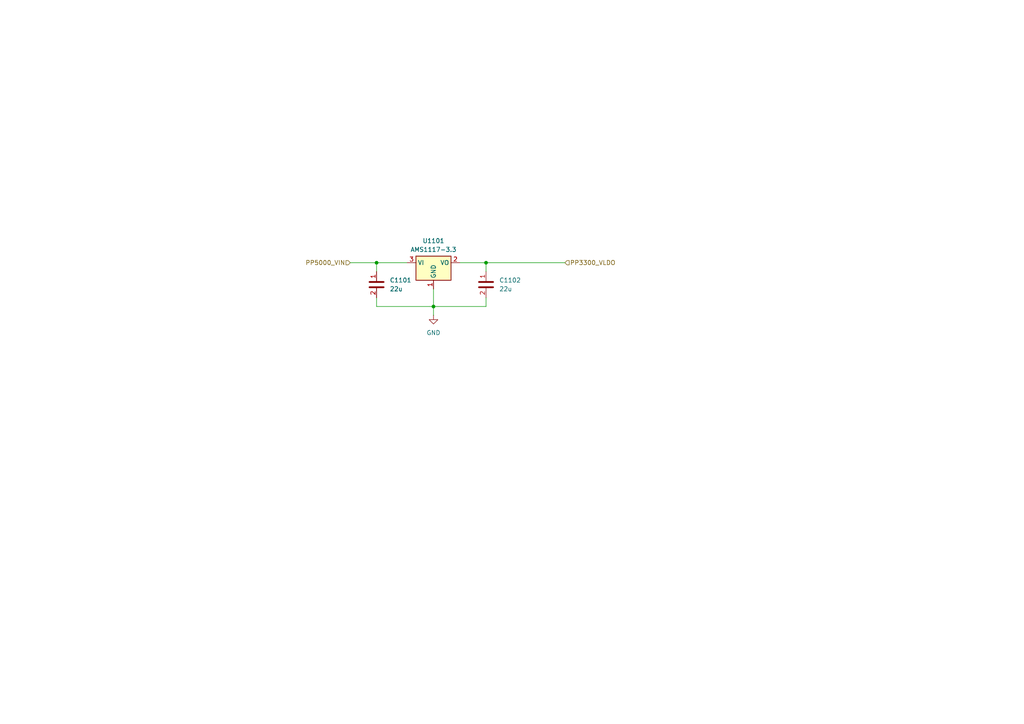
<source format=kicad_sch>
(kicad_sch (version 20250114) (generator "eeschema") (generator_version "9.0")
  (paper "A4")
  (lib_symbols
    (symbol "bfr_capacitors:CL10A226MQ8NRNC"
      (property "Reference" "C" (at 0 2.54 0))
      (property "Value" "22u" (at 1.27 2.54 0))
      (symbol "CL10A226MQ8NRNC_0_1"
        (polyline (pts (xy -2.032 0.762) (xy 2.032 0.762)) (stroke (width 0.508)))
        (polyline (pts (xy -2.032 -0.762) (xy 2.032 -0.762)) (stroke (width 0.508)))
      )
      (symbol "CL10A226MQ8NRNC_1_1"
        (pin passive line (at 0 3.81 270) (length 2.794) (name "~") (number "1"))
        (pin passive line (at 0 -3.81 90) (length 2.794) (name "~") (number "2"))
      )
    )
    (symbol "bfr_power_ics:AMS1117-3.3"
      (property "Reference" "U?" (at 0 6.35 0))
      (property "Value" "AMS1117-3.3" (at -6.35 3.81 0))
      (symbol "AMS1117-3.3_0_1"
        (rectangle (start -5.08 1.905) (end 5.08 -5.08) (stroke (width 0.254)) (fill (type background)))
      )
      (symbol "AMS1117-3.3_1_1"
        (pin power_in line (at -7.62 0 0) (length 2.54) (name "VI") (number "3"))
        (pin power_in line (at 0 -7.62 90) (length 2.54) (name "GND") (number "1"))
        (pin power_out line (at 7.62 0 180) (length 2.54) (name "VO") (number "2"))
      )
    )
    (symbol "power:GND" (power) (pin_numbers (hide yes)) (pin_names (offset 0) (hide yes))
      (property "Value" "GND" (at 0 -3.81 0))
      (symbol "GND_0_1"
        (polyline (pts (xy 0 0) (xy 0 -1.27) (xy 1.27 -1.27) (xy 0 -2.54) (xy -1.27 -1.27) (xy 0 -1.27)))
      )
      (symbol "GND_1_1"
        (pin power_in line (at 0 0 270) (length 0) (name "~") (number "1"))
      )
    )
  )
  (junction (at 109.22 76.2))
  (junction (at 140.97 76.2))
  (junction (at 125.73 88.9))
  (wire (pts (xy 140.97 78.74) (xy 140.97 76.2)))
  (wire (pts (xy 125.73 88.9) (xy 125.73 91.44)))
  (wire (pts (xy 140.97 76.2) (xy 163.83 76.2)))
  (wire (pts (xy 109.22 88.9) (xy 125.73 88.9)))
  (wire (pts (xy 101.6 76.2) (xy 109.22 76.2)))
  (wire (pts (xy 125.73 83.82) (xy 125.73 88.9)))
  (wire (pts (xy 125.73 88.9) (xy 140.97 88.9)))
  (wire (pts (xy 140.97 88.9) (xy 140.97 86.36)))
  (wire (pts (xy 133.35 76.2) (xy 140.97 76.2)))
  (wire (pts (xy 109.22 88.9) (xy 109.22 86.36)))
  (wire (pts (xy 109.22 76.2) (xy 118.11 76.2)))
  (wire (pts (xy 109.22 78.74) (xy 109.22 76.2)))
  (hierarchical_label "PP3300_VLDO" (shape input) (at 163.83 76.2 0))
  (hierarchical_label "PP5000_VIN" (shape input) (at 101.6 76.2 180))
  (symbol (lib_id "bfr_capacitors:CL10A226MQ8NRNC") (at 109.22 82.55 0) (unit 1)
    (property "Reference" "C1101" (at 113.03 81.2799 0) (effects (justify left)))
    (property "Value" "22u" (at 113.03 83.8199 0) (effects (justify left)))
    (property "Footprint" "Capacitor_SMD:C_0603_1608Metric_Pad1.08x0.95mm_HandSolder" (effects (hide yes)))
    (property "Description" "22uF±20% X5R 6.3V JLCPCB Basic 0603 Capacitor" (effects (hide yes)))
    (property "Sim.Device" "SUBCKT" (effects (hide yes)))
    (property "Sim.Pins" "1=P1 2=P2" (effects (hide yes)))
    (property "Sim.Library" "${BFRUH_DIR}/Electronics/spice_models/bfr_capacitors/CL10A226MQ8NRNC.lib" (effects (hide yes)))
    (property "Sim.Name" "CL10A226MQ8NRNC" (effects (hide yes)))
    (property "Pretty Name" "22uF X5R 6.3V 0603 Capacitor" (effects (hide yes)))
    (property "Order From" "LCSC" (effects (hide yes)))
    (property "LCSC P/N" "C59461" (effects (hide yes)))
    (property "JLCPCB Basic Part" "Yes" (effects (hide yes)))
    (property "Created by" "capacitor_generator.py script using jlcbasic_additional_capacitor_spec.txt" (effects (hide yes)))
  )
  (symbol (lib_id "bfr_power_ics:AMS1117-3.3") (at 125.73 76.2 0) (unit 1)
    (property "Reference" "U1101" (at 125.73 69.85 0))
    (property "Value" "AMS1117-3.3" (at 125.73 72.39 0))
    (property "Footprint" "Package_TO_SOT_SMD:SOT-223-3_TabPin2" (effects (hide yes)))
    (property "Datasheet" "http://www.advanced-monolithic.com/pdf/ds1117.pdf" (effects (hide yes)))
    (property "Description" "3.3V 1A JLCPCB Basic SOT-223 LDO" (effects (hide yes)))
    (property "Sim.Library" "${BFRUH_DIR}\\Electronics\\spice_models\\bfr_power_ics\\AMS1117-3.3.lib" (effects (hide yes)))
    (property "Sim.Name" "LM1117_N_1P8_TRANS" (effects (hide yes)))
    (property "Sim.Device" "SUBCKT" (effects (hide yes)))
    (property "Sim.Pins" "1=GND 2=OUT 3=IN" (effects (hide yes)))
    (property "Pretty Name" "3.3V 1A SOT-223 LDO" (effects (hide yes)))
    (property "Order From" "LCSC" (effects (hide yes)))
    (property "Digikey P/N" "5272-AMS1117-3.3CT-ND" (effects (hide yes)))
    (property "Mouser P/N" "637-LDI1117-3.3H" (effects (hide yes)))
    (property "LCSC P/N" "C6186" (effects (hide yes)))
    (property "JLCPCB Basic Part" "Yes" (effects (hide yes)))
    (property "Created by" "Manual entry" (effects (hide yes)))
  )
  (symbol (lib_id "power:GND") (at 125.73 91.44 0) (unit 1)
    (property "Reference" "#PWR01101" (effects (hide yes)))
    (property "Value" "GND" (at 125.73 96.52 0))
    (property "Description" "Power symbol creates a global label with name \"GND\" , ground" (effects (hide yes)))
  )
  (symbol (lib_id "bfr_capacitors:CL10A226MQ8NRNC") (at 140.97 82.55 0) (unit 1)
    (property "Reference" "C1102" (at 144.78 81.2799 0) (effects (justify left)))
    (property "Value" "22u" (at 144.78 83.8199 0) (effects (justify left)))
    (property "Footprint" "Capacitor_SMD:C_0603_1608Metric_Pad1.08x0.95mm_HandSolder" (effects (hide yes)))
    (property "Description" "22uF±20% X5R 6.3V JLCPCB Basic 0603 Capacitor" (effects (hide yes)))
    (property "Sim.Device" "SUBCKT" (effects (hide yes)))
    (property "Sim.Pins" "1=P1 2=P2" (effects (hide yes)))
    (property "Sim.Library" "${BFRUH_DIR}/Electronics/spice_models/bfr_capacitors/CL10A226MQ8NRNC.lib" (effects (hide yes)))
    (property "Sim.Name" "CL10A226MQ8NRNC" (effects (hide yes)))
    (property "Pretty Name" "22uF X5R 6.3V 0603 Capacitor" (effects (hide yes)))
    (property "Order From" "LCSC" (effects (hide yes)))
    (property "LCSC P/N" "C59461" (effects (hide yes)))
    (property "JLCPCB Basic Part" "Yes" (effects (hide yes)))
    (property "Created by" "capacitor_generator.py script using jlcbasic_additional_capacitor_spec.txt" (effects (hide yes)))
  )
)
</source>
